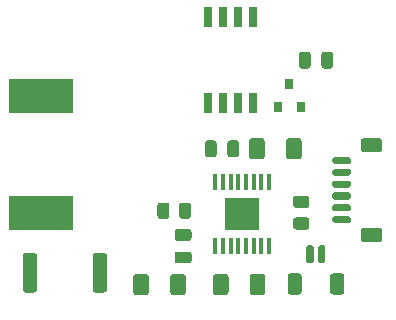
<source format=gbr>
%TF.GenerationSoftware,KiCad,Pcbnew,(5.1.9)-1*%
%TF.CreationDate,2021-04-21T21:59:07+08:00*%
%TF.ProjectId,xhp70-driver,78687037-302d-4647-9269-7665722e6b69,rev?*%
%TF.SameCoordinates,Original*%
%TF.FileFunction,Paste,Top*%
%TF.FilePolarity,Positive*%
%FSLAX46Y46*%
G04 Gerber Fmt 4.6, Leading zero omitted, Abs format (unit mm)*
G04 Created by KiCad (PCBNEW (5.1.9)-1) date 2021-04-21 21:59:07*
%MOMM*%
%LPD*%
G01*
G04 APERTURE LIST*
%ADD10R,0.800000X0.900000*%
%ADD11R,0.650000X1.700000*%
%ADD12R,2.940000X2.720000*%
%ADD13R,0.350000X1.400000*%
%ADD14R,5.400000X2.900000*%
G04 APERTURE END LIST*
D10*
%TO.C,U3*%
X146000000Y-58000000D03*
X146950000Y-60000000D03*
X145050000Y-60000000D03*
%TD*%
%TO.C,C8*%
G36*
G01*
X148700000Y-56475000D02*
X148700000Y-55525000D01*
G75*
G02*
X148950000Y-55275000I250000J0D01*
G01*
X149450000Y-55275000D01*
G75*
G02*
X149700000Y-55525000I0J-250000D01*
G01*
X149700000Y-56475000D01*
G75*
G02*
X149450000Y-56725000I-250000J0D01*
G01*
X148950000Y-56725000D01*
G75*
G02*
X148700000Y-56475000I0J250000D01*
G01*
G37*
G36*
G01*
X146800000Y-56475000D02*
X146800000Y-55525000D01*
G75*
G02*
X147050000Y-55275000I250000J0D01*
G01*
X147550000Y-55275000D01*
G75*
G02*
X147800000Y-55525000I0J-250000D01*
G01*
X147800000Y-56475000D01*
G75*
G02*
X147550000Y-56725000I-250000J0D01*
G01*
X147050000Y-56725000D01*
G75*
G02*
X146800000Y-56475000I0J250000D01*
G01*
G37*
%TD*%
%TO.C,J2*%
G36*
G01*
X152299999Y-70200000D02*
X153600001Y-70200000D01*
G75*
G02*
X153850000Y-70449999I0J-249999D01*
G01*
X153850000Y-71150001D01*
G75*
G02*
X153600001Y-71400000I-249999J0D01*
G01*
X152299999Y-71400000D01*
G75*
G02*
X152050000Y-71150001I0J249999D01*
G01*
X152050000Y-70449999D01*
G75*
G02*
X152299999Y-70200000I249999J0D01*
G01*
G37*
G36*
G01*
X152299999Y-62600000D02*
X153600001Y-62600000D01*
G75*
G02*
X153850000Y-62849999I0J-249999D01*
G01*
X153850000Y-63550001D01*
G75*
G02*
X153600001Y-63800000I-249999J0D01*
G01*
X152299999Y-63800000D01*
G75*
G02*
X152050000Y-63550001I0J249999D01*
G01*
X152050000Y-62849999D01*
G75*
G02*
X152299999Y-62600000I249999J0D01*
G01*
G37*
G36*
G01*
X149800000Y-69200000D02*
X151050000Y-69200000D01*
G75*
G02*
X151200000Y-69350000I0J-150000D01*
G01*
X151200000Y-69650000D01*
G75*
G02*
X151050000Y-69800000I-150000J0D01*
G01*
X149800000Y-69800000D01*
G75*
G02*
X149650000Y-69650000I0J150000D01*
G01*
X149650000Y-69350000D01*
G75*
G02*
X149800000Y-69200000I150000J0D01*
G01*
G37*
G36*
G01*
X149800000Y-68200000D02*
X151050000Y-68200000D01*
G75*
G02*
X151200000Y-68350000I0J-150000D01*
G01*
X151200000Y-68650000D01*
G75*
G02*
X151050000Y-68800000I-150000J0D01*
G01*
X149800000Y-68800000D01*
G75*
G02*
X149650000Y-68650000I0J150000D01*
G01*
X149650000Y-68350000D01*
G75*
G02*
X149800000Y-68200000I150000J0D01*
G01*
G37*
G36*
G01*
X149800000Y-67200000D02*
X151050000Y-67200000D01*
G75*
G02*
X151200000Y-67350000I0J-150000D01*
G01*
X151200000Y-67650000D01*
G75*
G02*
X151050000Y-67800000I-150000J0D01*
G01*
X149800000Y-67800000D01*
G75*
G02*
X149650000Y-67650000I0J150000D01*
G01*
X149650000Y-67350000D01*
G75*
G02*
X149800000Y-67200000I150000J0D01*
G01*
G37*
G36*
G01*
X149800000Y-66200000D02*
X151050000Y-66200000D01*
G75*
G02*
X151200000Y-66350000I0J-150000D01*
G01*
X151200000Y-66650000D01*
G75*
G02*
X151050000Y-66800000I-150000J0D01*
G01*
X149800000Y-66800000D01*
G75*
G02*
X149650000Y-66650000I0J150000D01*
G01*
X149650000Y-66350000D01*
G75*
G02*
X149800000Y-66200000I150000J0D01*
G01*
G37*
G36*
G01*
X149800000Y-65200000D02*
X151050000Y-65200000D01*
G75*
G02*
X151200000Y-65350000I0J-150000D01*
G01*
X151200000Y-65650000D01*
G75*
G02*
X151050000Y-65800000I-150000J0D01*
G01*
X149800000Y-65800000D01*
G75*
G02*
X149650000Y-65650000I0J150000D01*
G01*
X149650000Y-65350000D01*
G75*
G02*
X149800000Y-65200000I150000J0D01*
G01*
G37*
G36*
G01*
X149800000Y-64200000D02*
X151050000Y-64200000D01*
G75*
G02*
X151200000Y-64350000I0J-150000D01*
G01*
X151200000Y-64650000D01*
G75*
G02*
X151050000Y-64800000I-150000J0D01*
G01*
X149800000Y-64800000D01*
G75*
G02*
X149650000Y-64650000I0J150000D01*
G01*
X149650000Y-64350000D01*
G75*
G02*
X149800000Y-64200000I150000J0D01*
G01*
G37*
%TD*%
D11*
%TO.C,U2*%
X139095000Y-52350000D03*
X140365000Y-52350000D03*
X141635000Y-52350000D03*
X142905000Y-52350000D03*
X142905000Y-59650000D03*
X141635000Y-59650000D03*
X140365000Y-59650000D03*
X139095000Y-59650000D03*
%TD*%
D12*
%TO.C,U1*%
X142000000Y-69000000D03*
D13*
X139725000Y-66300000D03*
X139725000Y-71700000D03*
X140375000Y-66300000D03*
X140375000Y-71700000D03*
X141025000Y-66300000D03*
X141025000Y-71700000D03*
X141675000Y-66300000D03*
X141675000Y-71700000D03*
X142325000Y-66300000D03*
X142325000Y-71700000D03*
X142975000Y-66300000D03*
X142975000Y-71700000D03*
X143625000Y-66300000D03*
X143625000Y-71700000D03*
X144275000Y-66300000D03*
X144275000Y-71700000D03*
%TD*%
%TO.C,R5*%
G36*
G01*
X147050000Y-74299999D02*
X147050000Y-75600001D01*
G75*
G02*
X146800001Y-75850000I-249999J0D01*
G01*
X146099999Y-75850000D01*
G75*
G02*
X145850000Y-75600001I0J249999D01*
G01*
X145850000Y-74299999D01*
G75*
G02*
X146099999Y-74050000I249999J0D01*
G01*
X146800001Y-74050000D01*
G75*
G02*
X147050000Y-74299999I0J-249999D01*
G01*
G37*
G36*
G01*
X150650000Y-74299999D02*
X150650000Y-75600001D01*
G75*
G02*
X150400001Y-75850000I-249999J0D01*
G01*
X149699999Y-75850000D01*
G75*
G02*
X149450000Y-75600001I0J249999D01*
G01*
X149450000Y-74299999D01*
G75*
G02*
X149699999Y-74050000I249999J0D01*
G01*
X150400001Y-74050000D01*
G75*
G02*
X150650000Y-74299999I0J-249999D01*
G01*
G37*
G36*
G01*
X148050000Y-71800000D02*
X148050000Y-73050000D01*
G75*
G02*
X147900000Y-73200000I-150000J0D01*
G01*
X147600000Y-73200000D01*
G75*
G02*
X147450000Y-73050000I0J150000D01*
G01*
X147450000Y-71800000D01*
G75*
G02*
X147600000Y-71650000I150000J0D01*
G01*
X147900000Y-71650000D01*
G75*
G02*
X148050000Y-71800000I0J-150000D01*
G01*
G37*
G36*
G01*
X149050000Y-71800000D02*
X149050000Y-73050000D01*
G75*
G02*
X148900000Y-73200000I-150000J0D01*
G01*
X148600000Y-73200000D01*
G75*
G02*
X148450000Y-73050000I0J150000D01*
G01*
X148450000Y-71800000D01*
G75*
G02*
X148600000Y-71650000I150000J0D01*
G01*
X148900000Y-71650000D01*
G75*
G02*
X149050000Y-71800000I0J-150000D01*
G01*
G37*
%TD*%
%TO.C,R4*%
G36*
G01*
X147450002Y-68512500D02*
X146549998Y-68512500D01*
G75*
G02*
X146300000Y-68262502I0J249998D01*
G01*
X146300000Y-67737498D01*
G75*
G02*
X146549998Y-67487500I249998J0D01*
G01*
X147450002Y-67487500D01*
G75*
G02*
X147700000Y-67737498I0J-249998D01*
G01*
X147700000Y-68262502D01*
G75*
G02*
X147450002Y-68512500I-249998J0D01*
G01*
G37*
G36*
G01*
X147450002Y-70337500D02*
X146549998Y-70337500D01*
G75*
G02*
X146300000Y-70087502I0J249998D01*
G01*
X146300000Y-69562498D01*
G75*
G02*
X146549998Y-69312500I249998J0D01*
G01*
X147450002Y-69312500D01*
G75*
G02*
X147700000Y-69562498I0J-249998D01*
G01*
X147700000Y-70087502D01*
G75*
G02*
X147450002Y-70337500I-249998J0D01*
G01*
G37*
%TD*%
%TO.C,R3*%
G36*
G01*
X136650000Y-69200002D02*
X136650000Y-68299998D01*
G75*
G02*
X136899998Y-68050000I249998J0D01*
G01*
X137425002Y-68050000D01*
G75*
G02*
X137675000Y-68299998I0J-249998D01*
G01*
X137675000Y-69200002D01*
G75*
G02*
X137425002Y-69450000I-249998J0D01*
G01*
X136899998Y-69450000D01*
G75*
G02*
X136650000Y-69200002I0J249998D01*
G01*
G37*
G36*
G01*
X134825000Y-69200002D02*
X134825000Y-68299998D01*
G75*
G02*
X135074998Y-68050000I249998J0D01*
G01*
X135600002Y-68050000D01*
G75*
G02*
X135850000Y-68299998I0J-249998D01*
G01*
X135850000Y-69200002D01*
G75*
G02*
X135600002Y-69450000I-249998J0D01*
G01*
X135074998Y-69450000D01*
G75*
G02*
X134825000Y-69200002I0J249998D01*
G01*
G37*
%TD*%
%TO.C,R1*%
G36*
G01*
X124650000Y-72574999D02*
X124650000Y-75425001D01*
G75*
G02*
X124400001Y-75675000I-249999J0D01*
G01*
X123674999Y-75675000D01*
G75*
G02*
X123425000Y-75425001I0J249999D01*
G01*
X123425000Y-72574999D01*
G75*
G02*
X123674999Y-72325000I249999J0D01*
G01*
X124400001Y-72325000D01*
G75*
G02*
X124650000Y-72574999I0J-249999D01*
G01*
G37*
G36*
G01*
X130575000Y-72574999D02*
X130575000Y-75425001D01*
G75*
G02*
X130325001Y-75675000I-249999J0D01*
G01*
X129599999Y-75675000D01*
G75*
G02*
X129350000Y-75425001I0J249999D01*
G01*
X129350000Y-72574999D01*
G75*
G02*
X129599999Y-72325000I249999J0D01*
G01*
X130325001Y-72325000D01*
G75*
G02*
X130575000Y-72574999I0J-249999D01*
G01*
G37*
%TD*%
D14*
%TO.C,L1*%
X125000000Y-59050000D03*
X125000000Y-68950000D03*
%TD*%
%TO.C,C6*%
G36*
G01*
X139850000Y-63025000D02*
X139850000Y-63975000D01*
G75*
G02*
X139600000Y-64225000I-250000J0D01*
G01*
X139100000Y-64225000D01*
G75*
G02*
X138850000Y-63975000I0J250000D01*
G01*
X138850000Y-63025000D01*
G75*
G02*
X139100000Y-62775000I250000J0D01*
G01*
X139600000Y-62775000D01*
G75*
G02*
X139850000Y-63025000I0J-250000D01*
G01*
G37*
G36*
G01*
X141750000Y-63025000D02*
X141750000Y-63975000D01*
G75*
G02*
X141500000Y-64225000I-250000J0D01*
G01*
X141000000Y-64225000D01*
G75*
G02*
X140750000Y-63975000I0J250000D01*
G01*
X140750000Y-63025000D01*
G75*
G02*
X141000000Y-62775000I250000J0D01*
G01*
X141500000Y-62775000D01*
G75*
G02*
X141750000Y-63025000I0J-250000D01*
G01*
G37*
%TD*%
%TO.C,C5*%
G36*
G01*
X136525000Y-72200000D02*
X137475000Y-72200000D01*
G75*
G02*
X137725000Y-72450000I0J-250000D01*
G01*
X137725000Y-72950000D01*
G75*
G02*
X137475000Y-73200000I-250000J0D01*
G01*
X136525000Y-73200000D01*
G75*
G02*
X136275000Y-72950000I0J250000D01*
G01*
X136275000Y-72450000D01*
G75*
G02*
X136525000Y-72200000I250000J0D01*
G01*
G37*
G36*
G01*
X136525000Y-70300000D02*
X137475000Y-70300000D01*
G75*
G02*
X137725000Y-70550000I0J-250000D01*
G01*
X137725000Y-71050000D01*
G75*
G02*
X137475000Y-71300000I-250000J0D01*
G01*
X136525000Y-71300000D01*
G75*
G02*
X136275000Y-71050000I0J250000D01*
G01*
X136275000Y-70550000D01*
G75*
G02*
X136525000Y-70300000I250000J0D01*
G01*
G37*
%TD*%
%TO.C,C4*%
G36*
G01*
X145712500Y-64150003D02*
X145712500Y-62849997D01*
G75*
G02*
X145962497Y-62600000I249997J0D01*
G01*
X146787503Y-62600000D01*
G75*
G02*
X147037500Y-62849997I0J-249997D01*
G01*
X147037500Y-64150003D01*
G75*
G02*
X146787503Y-64400000I-249997J0D01*
G01*
X145962497Y-64400000D01*
G75*
G02*
X145712500Y-64150003I0J249997D01*
G01*
G37*
G36*
G01*
X142587500Y-64150003D02*
X142587500Y-62849997D01*
G75*
G02*
X142837497Y-62600000I249997J0D01*
G01*
X143662503Y-62600000D01*
G75*
G02*
X143912500Y-62849997I0J-249997D01*
G01*
X143912500Y-64150003D01*
G75*
G02*
X143662503Y-64400000I-249997J0D01*
G01*
X142837497Y-64400000D01*
G75*
G02*
X142587500Y-64150003I0J249997D01*
G01*
G37*
%TD*%
%TO.C,C3*%
G36*
G01*
X135900000Y-75650003D02*
X135900000Y-74349997D01*
G75*
G02*
X136149997Y-74100000I249997J0D01*
G01*
X136975003Y-74100000D01*
G75*
G02*
X137225000Y-74349997I0J-249997D01*
G01*
X137225000Y-75650003D01*
G75*
G02*
X136975003Y-75900000I-249997J0D01*
G01*
X136149997Y-75900000D01*
G75*
G02*
X135900000Y-75650003I0J249997D01*
G01*
G37*
G36*
G01*
X132775000Y-75650003D02*
X132775000Y-74349997D01*
G75*
G02*
X133024997Y-74100000I249997J0D01*
G01*
X133850003Y-74100000D01*
G75*
G02*
X134100000Y-74349997I0J-249997D01*
G01*
X134100000Y-75650003D01*
G75*
G02*
X133850003Y-75900000I-249997J0D01*
G01*
X133024997Y-75900000D01*
G75*
G02*
X132775000Y-75650003I0J249997D01*
G01*
G37*
%TD*%
%TO.C,C2*%
G36*
G01*
X142650000Y-75650003D02*
X142650000Y-74349997D01*
G75*
G02*
X142899997Y-74100000I249997J0D01*
G01*
X143725003Y-74100000D01*
G75*
G02*
X143975000Y-74349997I0J-249997D01*
G01*
X143975000Y-75650003D01*
G75*
G02*
X143725003Y-75900000I-249997J0D01*
G01*
X142899997Y-75900000D01*
G75*
G02*
X142650000Y-75650003I0J249997D01*
G01*
G37*
G36*
G01*
X139525000Y-75650003D02*
X139525000Y-74349997D01*
G75*
G02*
X139774997Y-74100000I249997J0D01*
G01*
X140600003Y-74100000D01*
G75*
G02*
X140850000Y-74349997I0J-249997D01*
G01*
X140850000Y-75650003D01*
G75*
G02*
X140600003Y-75900000I-249997J0D01*
G01*
X139774997Y-75900000D01*
G75*
G02*
X139525000Y-75650003I0J249997D01*
G01*
G37*
%TD*%
M02*

</source>
